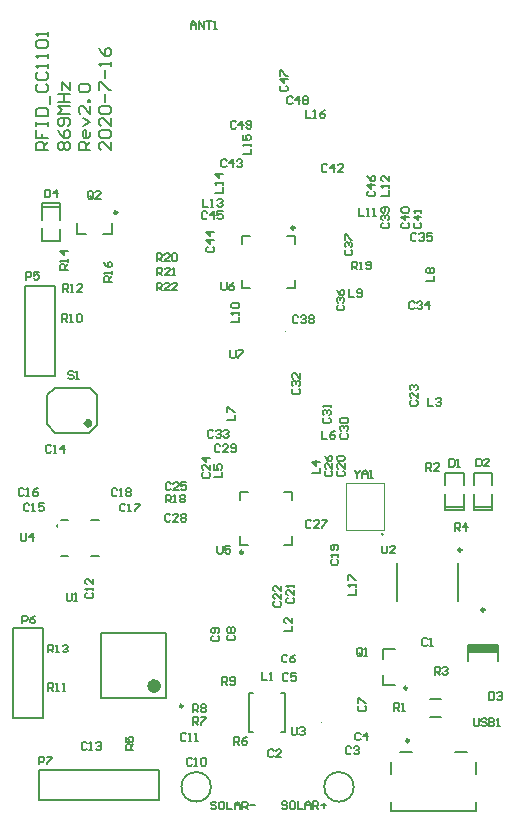
<source format=gto>
G04*
G04 #@! TF.GenerationSoftware,Altium Limited,Altium Designer,19.0.4 (130)*
G04*
G04 Layer_Color=65535*
%FSLAX25Y25*%
%MOIN*%
G70*
G01*
G75*
%ADD10C,0.00984*%
%ADD11C,0.00472*%
%ADD12C,0.00394*%
%ADD13C,0.01575*%
%ADD14C,0.00600*%
%ADD15C,0.00787*%
%ADD16C,0.02362*%
%ADD17C,0.00500*%
%ADD18C,0.00800*%
%ADD19R,0.10236X0.03062*%
D10*
X77984Y88181D02*
G03*
X77984Y88181I-492J0D01*
G01*
X36079Y201461D02*
G03*
X36079Y201461I-492J0D01*
G01*
X150839Y88957D02*
G03*
X150839Y88957I-492J0D01*
G01*
X158492Y68976D02*
G03*
X158492Y68976I-492J0D01*
G01*
X132717Y42913D02*
G03*
X132717Y42913I-492J0D01*
G01*
X133331Y25422D02*
G03*
X133331Y25422I-492J0D01*
G01*
X57937Y36917D02*
G03*
X57937Y36917I-492J0D01*
G01*
X95161Y196319D02*
G03*
X95161Y196319I-492J0D01*
G01*
D11*
X124912Y94200D02*
G03*
X124912Y94200I-412J0D01*
G01*
D12*
X92197Y161800D02*
G03*
X92197Y161800I-197J0D01*
G01*
X104335Y31472D02*
G03*
X104335Y31472I-197J0D01*
G01*
X112351Y95457D02*
X124950D01*
Y111205D01*
X112351Y95457D02*
Y111205D01*
X124950D01*
D13*
X27007Y131200D02*
G03*
X27007Y131200I-707J0D01*
G01*
D14*
X16174Y97229D02*
G03*
X16174Y96647I-75J-291D01*
G01*
X27342Y98905D02*
X29984D01*
X27342Y87094D02*
X29984D01*
X17188D02*
X19830D01*
X17188Y98905D02*
X19830D01*
X113101Y74094D02*
X115700D01*
Y75827D01*
Y76694D02*
Y77560D01*
Y77127D01*
X113101D01*
X113534Y76694D01*
X113101Y78860D02*
Y80592D01*
X113534D01*
X115267Y78860D01*
X115700D01*
X115200Y115599D02*
Y115166D01*
X116066Y114300D01*
X116933Y115166D01*
Y115599D01*
X116066Y114300D02*
Y113000D01*
X117799D02*
Y114733D01*
X118666Y115599D01*
X119532Y114733D01*
Y113000D01*
Y114300D01*
X117799D01*
X120398Y113000D02*
X121265D01*
X120832D01*
Y115599D01*
X120398Y115166D01*
X154900Y32799D02*
Y30633D01*
X155333Y30200D01*
X156200D01*
X156633Y30633D01*
Y32799D01*
X159232Y32366D02*
X158799Y32799D01*
X157932D01*
X157499Y32366D01*
Y31933D01*
X157932Y31500D01*
X158799D01*
X159232Y31066D01*
Y30633D01*
X158799Y30200D01*
X157932D01*
X157499Y30633D01*
X160098Y32799D02*
Y30200D01*
X161398D01*
X161831Y30633D01*
Y31066D01*
X161398Y31500D01*
X160098D01*
X161398D01*
X161831Y31933D01*
Y32366D01*
X161398Y32799D01*
X160098D01*
X162698Y30200D02*
X163564D01*
X163131D01*
Y32799D01*
X162698Y32366D01*
X73800Y155499D02*
Y153333D01*
X74233Y152900D01*
X75100D01*
X75533Y153333D01*
Y155499D01*
X76399D02*
X78132D01*
Y155066D01*
X76399Y153333D01*
Y152900D01*
X70800Y178199D02*
Y176033D01*
X71233Y175600D01*
X72100D01*
X72533Y176033D01*
Y178199D01*
X75132D02*
X74265Y177766D01*
X73399Y176900D01*
Y176033D01*
X73832Y175600D01*
X74699D01*
X75132Y176033D01*
Y176466D01*
X74699Y176900D01*
X73399D01*
X69500Y90299D02*
Y88133D01*
X69933Y87700D01*
X70800D01*
X71233Y88133D01*
Y90299D01*
X73832D02*
X72099D01*
Y89000D01*
X72966Y89433D01*
X73399D01*
X73832Y89000D01*
Y88133D01*
X73399Y87700D01*
X72532D01*
X72099Y88133D01*
X4000Y94599D02*
Y92433D01*
X4433Y92000D01*
X5300D01*
X5733Y92433D01*
Y94599D01*
X7899Y92000D02*
Y94599D01*
X6599Y93300D01*
X8332D01*
X94200Y29899D02*
Y27733D01*
X94633Y27300D01*
X95500D01*
X95933Y27733D01*
Y29899D01*
X96799Y29466D02*
X97232Y29899D01*
X98099D01*
X98532Y29466D01*
Y29033D01*
X98099Y28600D01*
X97666D01*
X98099D01*
X98532Y28166D01*
Y27733D01*
X98099Y27300D01*
X97232D01*
X96799Y27733D01*
X124300Y90399D02*
Y88233D01*
X124733Y87800D01*
X125600D01*
X126033Y88233D01*
Y90399D01*
X128632Y87800D02*
X126899D01*
X128632Y89533D01*
Y89966D01*
X128199Y90399D01*
X127332D01*
X126899Y89966D01*
X19200Y74599D02*
Y72433D01*
X19633Y72000D01*
X20500D01*
X20933Y72433D01*
Y74599D01*
X21799Y72000D02*
X22666D01*
X22232D01*
Y74599D01*
X21799Y74166D01*
X21520Y148166D02*
X21087Y148599D01*
X20221D01*
X19787Y148166D01*
Y147733D01*
X20221Y147300D01*
X21087D01*
X21520Y146866D01*
Y146433D01*
X21087Y146000D01*
X20221D01*
X19787Y146433D01*
X22387Y146000D02*
X23253D01*
X22820D01*
Y148599D01*
X22387Y148166D01*
X49200Y175500D02*
Y178099D01*
X50500D01*
X50933Y177666D01*
Y176800D01*
X50500Y176366D01*
X49200D01*
X50066D02*
X50933Y175500D01*
X53532D02*
X51799D01*
X53532Y177233D01*
Y177666D01*
X53099Y178099D01*
X52232D01*
X51799Y177666D01*
X56131Y175500D02*
X54398D01*
X56131Y177233D01*
Y177666D01*
X55698Y178099D01*
X54831D01*
X54398Y177666D01*
X49300Y180500D02*
Y183099D01*
X50600D01*
X51033Y182666D01*
Y181800D01*
X50600Y181366D01*
X49300D01*
X50166D02*
X51033Y180500D01*
X53632D02*
X51899D01*
X53632Y182233D01*
Y182666D01*
X53199Y183099D01*
X52332D01*
X51899Y182666D01*
X54498Y180500D02*
X55365D01*
X54931D01*
Y183099D01*
X54498Y182666D01*
X49200Y185200D02*
Y187799D01*
X50500D01*
X50933Y187366D01*
Y186500D01*
X50500Y186066D01*
X49200D01*
X50066D02*
X50933Y185200D01*
X53532D02*
X51799D01*
X53532Y186933D01*
Y187366D01*
X53099Y187799D01*
X52232D01*
X51799Y187366D01*
X54398D02*
X54831Y187799D01*
X55698D01*
X56131Y187366D01*
Y185633D01*
X55698Y185200D01*
X54831D01*
X54398Y185633D01*
Y187366D01*
X114300Y182500D02*
Y185099D01*
X115600D01*
X116033Y184666D01*
Y183800D01*
X115600Y183366D01*
X114300D01*
X115166D02*
X116033Y182500D01*
X116899D02*
X117766D01*
X117332D01*
Y185099D01*
X116899Y184666D01*
X119065Y182933D02*
X119498Y182500D01*
X120365D01*
X120798Y182933D01*
Y184666D01*
X120365Y185099D01*
X119498D01*
X119065Y184666D01*
Y184233D01*
X119498Y183800D01*
X120798D01*
X52200Y104800D02*
Y107399D01*
X53500D01*
X53933Y106966D01*
Y106100D01*
X53500Y105666D01*
X52200D01*
X53066D02*
X53933Y104800D01*
X54799D02*
X55665D01*
X55232D01*
Y107399D01*
X54799Y106966D01*
X56965D02*
X57398Y107399D01*
X58265D01*
X58698Y106966D01*
Y106533D01*
X58265Y106100D01*
X58698Y105666D01*
Y105233D01*
X58265Y104800D01*
X57398D01*
X56965Y105233D01*
Y105666D01*
X57398Y106100D01*
X56965Y106533D01*
Y106966D01*
X57398Y106100D02*
X58265D01*
X34200Y178400D02*
X31601D01*
Y179700D01*
X32034Y180133D01*
X32900D01*
X33334Y179700D01*
Y178400D01*
Y179266D02*
X34200Y180133D01*
Y180999D02*
Y181866D01*
Y181432D01*
X31601D01*
X32034Y180999D01*
X31601Y184898D02*
X32034Y184031D01*
X32900Y183165D01*
X33767D01*
X34200Y183598D01*
Y184465D01*
X33767Y184898D01*
X33334D01*
X32900Y184465D01*
Y183165D01*
X19600Y182400D02*
X17001D01*
Y183700D01*
X17434Y184133D01*
X18300D01*
X18734Y183700D01*
Y182400D01*
Y183266D02*
X19600Y184133D01*
Y184999D02*
Y185866D01*
Y185432D01*
X17001D01*
X17434Y184999D01*
X19600Y188465D02*
X17001D01*
X18300Y187165D01*
Y188898D01*
X13100Y54797D02*
Y57396D01*
X14400D01*
X14833Y56963D01*
Y56097D01*
X14400Y55663D01*
X13100D01*
X13966D02*
X14833Y54797D01*
X15699D02*
X16566D01*
X16132D01*
Y57396D01*
X15699Y56963D01*
X17865D02*
X18298Y57396D01*
X19165D01*
X19598Y56963D01*
Y56530D01*
X19165Y56097D01*
X18732D01*
X19165D01*
X19598Y55663D01*
Y55230D01*
X19165Y54797D01*
X18298D01*
X17865Y55230D01*
X18000Y175000D02*
Y177599D01*
X19300D01*
X19733Y177166D01*
Y176300D01*
X19300Y175866D01*
X18000D01*
X18866D02*
X19733Y175000D01*
X20599D02*
X21465D01*
X21032D01*
Y177599D01*
X20599Y177166D01*
X24498Y175000D02*
X22765D01*
X24498Y176733D01*
Y177166D01*
X24065Y177599D01*
X23198D01*
X22765Y177166D01*
X13100Y42100D02*
Y44699D01*
X14400D01*
X14833Y44266D01*
Y43400D01*
X14400Y42966D01*
X13100D01*
X13966D02*
X14833Y42100D01*
X15699D02*
X16566D01*
X16132D01*
Y44699D01*
X15699Y44266D01*
X17865Y42100D02*
X18732D01*
X18298D01*
Y44699D01*
X17865Y44266D01*
X17772Y165000D02*
Y167599D01*
X19071D01*
X19504Y167166D01*
Y166300D01*
X19071Y165866D01*
X17772D01*
X18638D02*
X19504Y165000D01*
X20371D02*
X21237D01*
X20804D01*
Y167599D01*
X20371Y167166D01*
X22537D02*
X22970Y167599D01*
X23836D01*
X24270Y167166D01*
Y165433D01*
X23836Y165000D01*
X22970D01*
X22537Y165433D01*
Y167166D01*
X71100Y44000D02*
Y46599D01*
X72400D01*
X72833Y46166D01*
Y45300D01*
X72400Y44866D01*
X71100D01*
X71966D02*
X72833Y44000D01*
X73699Y44433D02*
X74132Y44000D01*
X74999D01*
X75432Y44433D01*
Y46166D01*
X74999Y46599D01*
X74132D01*
X73699Y46166D01*
Y45733D01*
X74132Y45300D01*
X75432D01*
X61400Y34900D02*
Y37499D01*
X62700D01*
X63133Y37066D01*
Y36200D01*
X62700Y35766D01*
X61400D01*
X62266D02*
X63133Y34900D01*
X63999Y37066D02*
X64432Y37499D01*
X65299D01*
X65732Y37066D01*
Y36633D01*
X65299Y36200D01*
X65732Y35766D01*
Y35333D01*
X65299Y34900D01*
X64432D01*
X63999Y35333D01*
Y35766D01*
X64432Y36200D01*
X63999Y36633D01*
Y37066D01*
X64432Y36200D02*
X65299D01*
X61300Y30700D02*
Y33299D01*
X62600D01*
X63033Y32866D01*
Y32000D01*
X62600Y31566D01*
X61300D01*
X62166D02*
X63033Y30700D01*
X63899Y33299D02*
X65632D01*
Y32866D01*
X63899Y31133D01*
Y30700D01*
X75000Y24100D02*
Y26699D01*
X76300D01*
X76733Y26266D01*
Y25400D01*
X76300Y24966D01*
X75000D01*
X75866D02*
X76733Y24100D01*
X79332Y26699D02*
X78465Y26266D01*
X77599Y25400D01*
Y24533D01*
X78032Y24100D01*
X78899D01*
X79332Y24533D01*
Y24966D01*
X78899Y25400D01*
X77599D01*
X41500Y22400D02*
X38901D01*
Y23700D01*
X39334Y24133D01*
X40200D01*
X40634Y23700D01*
Y22400D01*
Y23266D02*
X41500Y24133D01*
X38901Y26732D02*
Y24999D01*
X40200D01*
X39767Y25866D01*
Y26299D01*
X40200Y26732D01*
X41067D01*
X41500Y26299D01*
Y25432D01*
X41067Y24999D01*
X148600Y95300D02*
Y97899D01*
X149900D01*
X150333Y97466D01*
Y96600D01*
X149900Y96166D01*
X148600D01*
X149466D02*
X150333Y95300D01*
X152499D02*
Y97899D01*
X151199Y96600D01*
X152932D01*
X141900Y47400D02*
Y49999D01*
X143200D01*
X143633Y49566D01*
Y48700D01*
X143200Y48266D01*
X141900D01*
X142766D02*
X143633Y47400D01*
X144499Y49566D02*
X144932Y49999D01*
X145799D01*
X146232Y49566D01*
Y49133D01*
X145799Y48700D01*
X145366D01*
X145799D01*
X146232Y48266D01*
Y47833D01*
X145799Y47400D01*
X144932D01*
X144499Y47833D01*
X139000Y115300D02*
Y117899D01*
X140300D01*
X140733Y117466D01*
Y116600D01*
X140300Y116166D01*
X139000D01*
X139866D02*
X140733Y115300D01*
X143332D02*
X141599D01*
X143332Y117033D01*
Y117466D01*
X142899Y117899D01*
X142032D01*
X141599Y117466D01*
X128400Y35400D02*
Y37999D01*
X129700D01*
X130133Y37566D01*
Y36700D01*
X129700Y36266D01*
X128400D01*
X129266D02*
X130133Y35400D01*
X130999D02*
X131866D01*
X131432D01*
Y37999D01*
X130999Y37566D01*
X27933Y206533D02*
Y208266D01*
X27500Y208699D01*
X26633D01*
X26200Y208266D01*
Y206533D01*
X26633Y206100D01*
X27500D01*
X27066Y206966D02*
X27933Y206100D01*
X27500D02*
X27933Y206533D01*
X30532Y206100D02*
X28799D01*
X30532Y207833D01*
Y208266D01*
X30099Y208699D01*
X29232D01*
X28799Y208266D01*
X117633Y54173D02*
Y55906D01*
X117200Y56339D01*
X116333D01*
X115900Y55906D01*
Y54173D01*
X116333Y53740D01*
X117200D01*
X116766Y54606D02*
X117633Y53740D01*
X117200D02*
X117633Y54173D01*
X118499Y53740D02*
X119366D01*
X118932D01*
Y56339D01*
X118499Y55906D01*
X10000Y17500D02*
Y20099D01*
X11300D01*
X11733Y19666D01*
Y18800D01*
X11300Y18366D01*
X10000D01*
X12599Y20099D02*
X14332D01*
Y19666D01*
X12599Y17933D01*
Y17500D01*
X4500Y64500D02*
Y67099D01*
X5800D01*
X6233Y66666D01*
Y65800D01*
X5800Y65366D01*
X4500D01*
X8832Y67099D02*
X7966Y66666D01*
X7099Y65800D01*
Y64933D01*
X7532Y64500D01*
X8399D01*
X8832Y64933D01*
Y65366D01*
X8399Y65800D01*
X7099D01*
X5600Y179100D02*
Y181699D01*
X6900D01*
X7333Y181266D01*
Y180400D01*
X6900Y179966D01*
X5600D01*
X9932Y181699D02*
X8199D01*
Y180400D01*
X9066Y180833D01*
X9499D01*
X9932Y180400D01*
Y179533D01*
X9499Y179100D01*
X8632D01*
X8199Y179533D01*
X69133Y4666D02*
X68700Y5099D01*
X67833D01*
X67400Y4666D01*
Y4233D01*
X67833Y3800D01*
X68700D01*
X69133Y3366D01*
Y2933D01*
X68700Y2500D01*
X67833D01*
X67400Y2933D01*
X71299Y5099D02*
X70432D01*
X69999Y4666D01*
Y2933D01*
X70432Y2500D01*
X71299D01*
X71732Y2933D01*
Y4666D01*
X71299Y5099D01*
X72598D02*
Y2500D01*
X74331D01*
X75197D02*
Y4233D01*
X76064Y5099D01*
X76930Y4233D01*
Y2500D01*
Y3800D01*
X75197D01*
X77797Y2500D02*
Y5099D01*
X79096D01*
X79529Y4666D01*
Y3800D01*
X79096Y3366D01*
X77797D01*
X78663D02*
X79529Y2500D01*
X80396Y3800D02*
X82129D01*
X92733Y4766D02*
X92300Y5199D01*
X91433D01*
X91000Y4766D01*
Y4333D01*
X91433Y3900D01*
X92300D01*
X92733Y3466D01*
Y3033D01*
X92300Y2600D01*
X91433D01*
X91000Y3033D01*
X94899Y5199D02*
X94032D01*
X93599Y4766D01*
Y3033D01*
X94032Y2600D01*
X94899D01*
X95332Y3033D01*
Y4766D01*
X94899Y5199D01*
X96198D02*
Y2600D01*
X97931D01*
X98798D02*
Y4333D01*
X99664Y5199D01*
X100530Y4333D01*
Y2600D01*
Y3900D01*
X98798D01*
X101397Y2600D02*
Y5199D01*
X102696D01*
X103129Y4766D01*
Y3900D01*
X102696Y3466D01*
X101397D01*
X102263D02*
X103129Y2600D01*
X103996Y3900D02*
X105729D01*
X104862Y4766D02*
Y3033D01*
X98900Y235699D02*
Y233100D01*
X100633D01*
X101499D02*
X102366D01*
X101932D01*
Y235699D01*
X101499Y235266D01*
X105398Y235699D02*
X104532Y235266D01*
X103665Y234400D01*
Y233533D01*
X104098Y233100D01*
X104965D01*
X105398Y233533D01*
Y233966D01*
X104965Y234400D01*
X103665D01*
X78001Y220900D02*
X80600D01*
Y222633D01*
Y223499D02*
Y224365D01*
Y223932D01*
X78001D01*
X78434Y223499D01*
X78001Y227398D02*
Y225665D01*
X79300D01*
X78867Y226532D01*
Y226965D01*
X79300Y227398D01*
X80167D01*
X80600Y226965D01*
Y226098D01*
X80167Y225665D01*
X68601Y208100D02*
X71200D01*
Y209833D01*
Y210699D02*
Y211565D01*
Y211132D01*
X68601D01*
X69034Y210699D01*
X71200Y214165D02*
X68601D01*
X69900Y212865D01*
Y214598D01*
X64700Y206008D02*
Y203409D01*
X66433D01*
X67299D02*
X68165D01*
X67732D01*
Y206008D01*
X67299Y205575D01*
X69465D02*
X69898Y206008D01*
X70765D01*
X71198Y205575D01*
Y205142D01*
X70765Y204709D01*
X70332D01*
X70765D01*
X71198Y204275D01*
Y203842D01*
X70765Y203409D01*
X69898D01*
X69465Y203842D01*
X124101Y207100D02*
X126700D01*
Y208833D01*
Y209699D02*
Y210565D01*
Y210132D01*
X124101D01*
X124534Y209699D01*
X126700Y213598D02*
Y211865D01*
X124967Y213598D01*
X124534D01*
X124101Y213165D01*
Y212298D01*
X124534Y211865D01*
X116600Y202899D02*
Y200300D01*
X118333D01*
X119199D02*
X120066D01*
X119632D01*
Y202899D01*
X119199Y202466D01*
X121365Y200300D02*
X122231D01*
X121798D01*
Y202899D01*
X121365Y202466D01*
X74101Y164800D02*
X76700D01*
Y166533D01*
Y167399D02*
Y168266D01*
Y167832D01*
X74101D01*
X74534Y167399D01*
Y169565D02*
X74101Y169998D01*
Y170865D01*
X74534Y171298D01*
X76267D01*
X76700Y170865D01*
Y169998D01*
X76267Y169565D01*
X74534D01*
X113400Y175799D02*
Y173200D01*
X115133D01*
X115999Y173633D02*
X116432Y173200D01*
X117299D01*
X117732Y173633D01*
Y175366D01*
X117299Y175799D01*
X116432D01*
X115999Y175366D01*
Y174933D01*
X116432Y174500D01*
X117732D01*
X139101Y178700D02*
X141700D01*
Y180433D01*
X139534Y181299D02*
X139101Y181732D01*
Y182599D01*
X139534Y183032D01*
X139967D01*
X140400Y182599D01*
X140834Y183032D01*
X141267D01*
X141700Y182599D01*
Y181732D01*
X141267Y181299D01*
X140834D01*
X140400Y181732D01*
X139967Y181299D01*
X139534D01*
X140400Y181732D02*
Y182599D01*
X72701Y132300D02*
X75300D01*
Y134033D01*
X72701Y134899D02*
Y136632D01*
X73134D01*
X74867Y134899D01*
X75300D01*
X104309Y128699D02*
Y126100D01*
X106041D01*
X108641Y128699D02*
X107774Y128266D01*
X106908Y127400D01*
Y126533D01*
X107341Y126100D01*
X108207D01*
X108641Y126533D01*
Y126966D01*
X108207Y127400D01*
X106908D01*
X68401Y113173D02*
X71000D01*
Y114906D01*
X68401Y117505D02*
Y115772D01*
X69700D01*
X69267Y116639D01*
Y117072D01*
X69700Y117505D01*
X70567D01*
X71000Y117072D01*
Y116206D01*
X70567Y115772D01*
X101001Y114500D02*
X103600D01*
Y116233D01*
Y118399D02*
X101001D01*
X102300Y117099D01*
Y118832D01*
X139700Y139699D02*
Y137100D01*
X141433D01*
X142299Y139266D02*
X142732Y139699D01*
X143599D01*
X144032Y139266D01*
Y138833D01*
X143599Y138400D01*
X143166D01*
X143599D01*
X144032Y137966D01*
Y137533D01*
X143599Y137100D01*
X142732D01*
X142299Y137533D01*
X91801Y62000D02*
X94400D01*
Y63733D01*
Y66332D02*
Y64599D01*
X92667Y66332D01*
X92234D01*
X91801Y65899D01*
Y65032D01*
X92234Y64599D01*
X84335Y48199D02*
Y45600D01*
X86067D01*
X86934D02*
X87800D01*
X87367D01*
Y48199D01*
X86934Y47766D01*
X12000Y209099D02*
Y206500D01*
X13300D01*
X13733Y206933D01*
Y208666D01*
X13300Y209099D01*
X12000D01*
X15899Y206500D02*
Y209099D01*
X14599Y207800D01*
X16332D01*
X160000Y41599D02*
Y39000D01*
X161300D01*
X161733Y39433D01*
Y41166D01*
X161300Y41599D01*
X160000D01*
X162599Y41166D02*
X163032Y41599D01*
X163899D01*
X164332Y41166D01*
Y40733D01*
X163899Y40300D01*
X163466D01*
X163899D01*
X164332Y39866D01*
Y39433D01*
X163899Y39000D01*
X163032D01*
X162599Y39433D01*
X155800Y119399D02*
Y116800D01*
X157100D01*
X157533Y117233D01*
Y118966D01*
X157100Y119399D01*
X155800D01*
X160132Y116800D02*
X158399D01*
X160132Y118533D01*
Y118966D01*
X159699Y119399D01*
X158832D01*
X158399Y118966D01*
X146800Y119299D02*
Y116700D01*
X148100D01*
X148533Y117133D01*
Y118866D01*
X148100Y119299D01*
X146800D01*
X149399Y116700D02*
X150266D01*
X149832D01*
Y119299D01*
X149399Y118866D01*
X75633Y231566D02*
X75200Y231999D01*
X74333D01*
X73900Y231566D01*
Y229833D01*
X74333Y229400D01*
X75200D01*
X75633Y229833D01*
X77799Y229400D02*
Y231999D01*
X76499Y230700D01*
X78232D01*
X79098Y229833D02*
X79532Y229400D01*
X80398D01*
X80831Y229833D01*
Y231566D01*
X80398Y231999D01*
X79532D01*
X79098Y231566D01*
Y231133D01*
X79532Y230700D01*
X80831D01*
X94533Y239766D02*
X94100Y240199D01*
X93233D01*
X92800Y239766D01*
Y238033D01*
X93233Y237600D01*
X94100D01*
X94533Y238033D01*
X96699Y237600D02*
Y240199D01*
X95399Y238900D01*
X97132D01*
X97998Y239766D02*
X98431Y240199D01*
X99298D01*
X99731Y239766D01*
Y239333D01*
X99298Y238900D01*
X99731Y238466D01*
Y238033D01*
X99298Y237600D01*
X98431D01*
X97998Y238033D01*
Y238466D01*
X98431Y238900D01*
X97998Y239333D01*
Y239766D01*
X98431Y238900D02*
X99298D01*
X90734Y243633D02*
X90301Y243200D01*
Y242333D01*
X90734Y241900D01*
X92467D01*
X92900Y242333D01*
Y243200D01*
X92467Y243633D01*
X92900Y245799D02*
X90301D01*
X91600Y244499D01*
Y246232D01*
X90301Y247098D02*
Y248831D01*
X90734D01*
X92467Y247098D01*
X92900D01*
X119934Y208533D02*
X119501Y208100D01*
Y207233D01*
X119934Y206800D01*
X121667D01*
X122100Y207233D01*
Y208100D01*
X121667Y208533D01*
X122100Y210699D02*
X119501D01*
X120800Y209399D01*
Y211132D01*
X119501Y213731D02*
X119934Y212865D01*
X120800Y211998D01*
X121667D01*
X122100Y212432D01*
Y213298D01*
X121667Y213731D01*
X121234D01*
X120800Y213298D01*
Y211998D01*
X66033Y201366D02*
X65600Y201799D01*
X64733D01*
X64300Y201366D01*
Y199633D01*
X64733Y199200D01*
X65600D01*
X66033Y199633D01*
X68199Y199200D02*
Y201799D01*
X66899Y200500D01*
X68632D01*
X71231Y201799D02*
X69498D01*
Y200500D01*
X70365Y200933D01*
X70798D01*
X71231Y200500D01*
Y199633D01*
X70798Y199200D01*
X69932D01*
X69498Y199633D01*
X66234Y190033D02*
X65801Y189600D01*
Y188733D01*
X66234Y188300D01*
X67967D01*
X68400Y188733D01*
Y189600D01*
X67967Y190033D01*
X68400Y192199D02*
X65801D01*
X67100Y190899D01*
Y192632D01*
X68400Y194798D02*
X65801D01*
X67100Y193498D01*
Y195231D01*
X72533Y218694D02*
X72100Y219127D01*
X71233D01*
X70800Y218694D01*
Y216961D01*
X71233Y216528D01*
X72100D01*
X72533Y216961D01*
X74699Y216528D02*
Y219127D01*
X73399Y217827D01*
X75132D01*
X75998Y218694D02*
X76432Y219127D01*
X77298D01*
X77731Y218694D01*
Y218261D01*
X77298Y217827D01*
X76865D01*
X77298D01*
X77731Y217394D01*
Y216961D01*
X77298Y216528D01*
X76432D01*
X75998Y216961D01*
X106091Y217166D02*
X105658Y217599D01*
X104792D01*
X104359Y217166D01*
Y215433D01*
X104792Y215000D01*
X105658D01*
X106091Y215433D01*
X108257Y215000D02*
Y217599D01*
X106958Y216300D01*
X108691D01*
X111290Y215000D02*
X109557D01*
X111290Y216733D01*
Y217166D01*
X110857Y217599D01*
X109990D01*
X109557Y217166D01*
X135334Y197933D02*
X134901Y197500D01*
Y196633D01*
X135334Y196200D01*
X137067D01*
X137500Y196633D01*
Y197500D01*
X137067Y197933D01*
X137500Y200099D02*
X134901D01*
X136200Y198799D01*
Y200532D01*
X137500Y201398D02*
Y202265D01*
Y201832D01*
X134901D01*
X135334Y201398D01*
X131263Y197933D02*
X130830Y197500D01*
Y196633D01*
X131263Y196200D01*
X132996D01*
X133429Y196633D01*
Y197500D01*
X132996Y197933D01*
X133429Y200099D02*
X130830D01*
X132130Y198799D01*
Y200532D01*
X131263Y201398D02*
X130830Y201832D01*
Y202698D01*
X131263Y203131D01*
X132996D01*
X133429Y202698D01*
Y201832D01*
X132996Y201398D01*
X131263D01*
X124534Y197933D02*
X124101Y197500D01*
Y196633D01*
X124534Y196200D01*
X126267D01*
X126700Y196633D01*
Y197500D01*
X126267Y197933D01*
X124534Y198799D02*
X124101Y199232D01*
Y200099D01*
X124534Y200532D01*
X124967D01*
X125400Y200099D01*
Y199666D01*
Y200099D01*
X125834Y200532D01*
X126267D01*
X126700Y200099D01*
Y199232D01*
X126267Y198799D01*
Y201398D02*
X126700Y201832D01*
Y202698D01*
X126267Y203131D01*
X124534D01*
X124101Y202698D01*
Y201832D01*
X124534Y201398D01*
X124967D01*
X125400Y201832D01*
Y203131D01*
X96433Y166698D02*
X96000Y167131D01*
X95133D01*
X94700Y166698D01*
Y164965D01*
X95133Y164532D01*
X96000D01*
X96433Y164965D01*
X97299Y166698D02*
X97732Y167131D01*
X98599D01*
X99032Y166698D01*
Y166265D01*
X98599Y165832D01*
X98166D01*
X98599D01*
X99032Y165398D01*
Y164965D01*
X98599Y164532D01*
X97732D01*
X97299Y164965D01*
X99898Y166698D02*
X100331Y167131D01*
X101198D01*
X101631Y166698D01*
Y166265D01*
X101198Y165832D01*
X101631Y165398D01*
Y164965D01*
X101198Y164532D01*
X100331D01*
X99898Y164965D01*
Y165398D01*
X100331Y165832D01*
X99898Y166265D01*
Y166698D01*
X100331Y165832D02*
X101198D01*
X112334Y188933D02*
X111901Y188500D01*
Y187633D01*
X112334Y187200D01*
X114067D01*
X114500Y187633D01*
Y188500D01*
X114067Y188933D01*
X112334Y189799D02*
X111901Y190232D01*
Y191099D01*
X112334Y191532D01*
X112767D01*
X113200Y191099D01*
Y190666D01*
Y191099D01*
X113634Y191532D01*
X114067D01*
X114500Y191099D01*
Y190232D01*
X114067Y189799D01*
X111901Y192398D02*
Y194131D01*
X112334D01*
X114067Y192398D01*
X114500D01*
X109634Y170533D02*
X109201Y170100D01*
Y169233D01*
X109634Y168800D01*
X111367D01*
X111800Y169233D01*
Y170100D01*
X111367Y170533D01*
X109634Y171399D02*
X109201Y171832D01*
Y172699D01*
X109634Y173132D01*
X110067D01*
X110500Y172699D01*
Y172266D01*
Y172699D01*
X110934Y173132D01*
X111367D01*
X111800Y172699D01*
Y171832D01*
X111367Y171399D01*
X109201Y175731D02*
X109634Y174865D01*
X110500Y173998D01*
X111367D01*
X111800Y174432D01*
Y175298D01*
X111367Y175731D01*
X110934D01*
X110500Y175298D01*
Y173998D01*
X135833Y194166D02*
X135400Y194599D01*
X134533D01*
X134100Y194166D01*
Y192433D01*
X134533Y192000D01*
X135400D01*
X135833Y192433D01*
X136699Y194166D02*
X137132Y194599D01*
X137999D01*
X138432Y194166D01*
Y193733D01*
X137999Y193300D01*
X137566D01*
X137999D01*
X138432Y192866D01*
Y192433D01*
X137999Y192000D01*
X137132D01*
X136699Y192433D01*
X141031Y194599D02*
X139298D01*
Y193300D01*
X140165Y193733D01*
X140598D01*
X141031Y193300D01*
Y192433D01*
X140598Y192000D01*
X139732D01*
X139298Y192433D01*
X135233Y171366D02*
X134800Y171799D01*
X133933D01*
X133500Y171366D01*
Y169633D01*
X133933Y169200D01*
X134800D01*
X135233Y169633D01*
X136099Y171366D02*
X136532Y171799D01*
X137399D01*
X137832Y171366D01*
Y170933D01*
X137399Y170500D01*
X136966D01*
X137399D01*
X137832Y170066D01*
Y169633D01*
X137399Y169200D01*
X136532D01*
X136099Y169633D01*
X139998Y169200D02*
Y171799D01*
X138698Y170500D01*
X140431D01*
X68033Y128566D02*
X67600Y128999D01*
X66733D01*
X66300Y128566D01*
Y126833D01*
X66733Y126400D01*
X67600D01*
X68033Y126833D01*
X68899Y128566D02*
X69332Y128999D01*
X70199D01*
X70632Y128566D01*
Y128133D01*
X70199Y127700D01*
X69766D01*
X70199D01*
X70632Y127266D01*
Y126833D01*
X70199Y126400D01*
X69332D01*
X68899Y126833D01*
X71498Y128566D02*
X71931Y128999D01*
X72798D01*
X73231Y128566D01*
Y128133D01*
X72798Y127700D01*
X72365D01*
X72798D01*
X73231Y127266D01*
Y126833D01*
X72798Y126400D01*
X71931D01*
X71498Y126833D01*
X94818Y142633D02*
X94385Y142200D01*
Y141333D01*
X94818Y140900D01*
X96551D01*
X96984Y141333D01*
Y142200D01*
X96551Y142633D01*
X94818Y143499D02*
X94385Y143932D01*
Y144799D01*
X94818Y145232D01*
X95252D01*
X95685Y144799D01*
Y144366D01*
Y144799D01*
X96118Y145232D01*
X96551D01*
X96984Y144799D01*
Y143932D01*
X96551Y143499D01*
X96984Y147831D02*
Y146098D01*
X95252Y147831D01*
X94818D01*
X94385Y147398D01*
Y146531D01*
X94818Y146098D01*
X105034Y133033D02*
X104601Y132600D01*
Y131733D01*
X105034Y131300D01*
X106767D01*
X107200Y131733D01*
Y132600D01*
X106767Y133033D01*
X105034Y133899D02*
X104601Y134332D01*
Y135199D01*
X105034Y135632D01*
X105467D01*
X105900Y135199D01*
Y134766D01*
Y135199D01*
X106334Y135632D01*
X106767D01*
X107200Y135199D01*
Y134332D01*
X106767Y133899D01*
X107200Y136498D02*
Y137365D01*
Y136932D01*
X104601D01*
X105034Y136498D01*
X110834Y127833D02*
X110401Y127400D01*
Y126533D01*
X110834Y126100D01*
X112567D01*
X113000Y126533D01*
Y127400D01*
X112567Y127833D01*
X110834Y128699D02*
X110401Y129132D01*
Y129999D01*
X110834Y130432D01*
X111267D01*
X111700Y129999D01*
Y129566D01*
Y129999D01*
X112134Y130432D01*
X112567D01*
X113000Y129999D01*
Y129132D01*
X112567Y128699D01*
X110834Y131298D02*
X110401Y131731D01*
Y132598D01*
X110834Y133031D01*
X112567D01*
X113000Y132598D01*
Y131731D01*
X112567Y131298D01*
X110834D01*
X70433Y123766D02*
X70000Y124199D01*
X69133D01*
X68700Y123766D01*
Y122033D01*
X69133Y121600D01*
X70000D01*
X70433Y122033D01*
X73032Y121600D02*
X71299D01*
X73032Y123333D01*
Y123766D01*
X72599Y124199D01*
X71732D01*
X71299Y123766D01*
X73898Y122033D02*
X74331Y121600D01*
X75198D01*
X75631Y122033D01*
Y123766D01*
X75198Y124199D01*
X74331D01*
X73898Y123766D01*
Y123333D01*
X74331Y122900D01*
X75631D01*
X53833Y100566D02*
X53400Y100999D01*
X52533D01*
X52100Y100566D01*
Y98833D01*
X52533Y98400D01*
X53400D01*
X53833Y98833D01*
X56432Y98400D02*
X54699D01*
X56432Y100133D01*
Y100566D01*
X55999Y100999D01*
X55132D01*
X54699Y100566D01*
X57298D02*
X57731Y100999D01*
X58598D01*
X59031Y100566D01*
Y100133D01*
X58598Y99700D01*
X59031Y99266D01*
Y98833D01*
X58598Y98400D01*
X57731D01*
X57298Y98833D01*
Y99266D01*
X57731Y99700D01*
X57298Y100133D01*
Y100566D01*
X57731Y99700D02*
X58598D01*
X100752Y98466D02*
X100319Y98899D01*
X99452D01*
X99019Y98466D01*
Y96733D01*
X99452Y96300D01*
X100319D01*
X100752Y96733D01*
X103351Y96300D02*
X101618D01*
X103351Y98033D01*
Y98466D01*
X102918Y98899D01*
X102051D01*
X101618Y98466D01*
X104217Y98899D02*
X105950D01*
Y98466D01*
X104217Y96733D01*
Y96300D01*
X105634Y115233D02*
X105201Y114800D01*
Y113933D01*
X105634Y113500D01*
X107367D01*
X107800Y113933D01*
Y114800D01*
X107367Y115233D01*
X107800Y117832D02*
Y116099D01*
X106067Y117832D01*
X105634D01*
X105201Y117399D01*
Y116532D01*
X105634Y116099D01*
X105201Y120431D02*
X105634Y119565D01*
X106500Y118698D01*
X107367D01*
X107800Y119132D01*
Y119998D01*
X107367Y120431D01*
X106934D01*
X106500Y119998D01*
Y118698D01*
X53933Y111066D02*
X53500Y111499D01*
X52633D01*
X52200Y111066D01*
Y109333D01*
X52633Y108900D01*
X53500D01*
X53933Y109333D01*
X56532Y108900D02*
X54799D01*
X56532Y110633D01*
Y111066D01*
X56099Y111499D01*
X55232D01*
X54799Y111066D01*
X59131Y111499D02*
X57398D01*
Y110200D01*
X58265Y110633D01*
X58698D01*
X59131Y110200D01*
Y109333D01*
X58698Y108900D01*
X57832D01*
X57398Y109333D01*
X64834Y114833D02*
X64401Y114400D01*
Y113533D01*
X64834Y113100D01*
X66567D01*
X67000Y113533D01*
Y114400D01*
X66567Y114833D01*
X67000Y117432D02*
Y115699D01*
X65267Y117432D01*
X64834D01*
X64401Y116999D01*
Y116132D01*
X64834Y115699D01*
X67000Y119598D02*
X64401D01*
X65700Y118298D01*
Y120031D01*
X134034Y138833D02*
X133601Y138400D01*
Y137533D01*
X134034Y137100D01*
X135767D01*
X136200Y137533D01*
Y138400D01*
X135767Y138833D01*
X136200Y141432D02*
Y139699D01*
X134467Y141432D01*
X134034D01*
X133601Y140999D01*
Y140132D01*
X134034Y139699D01*
Y142298D02*
X133601Y142731D01*
Y143598D01*
X134034Y144031D01*
X134467D01*
X134900Y143598D01*
Y143165D01*
Y143598D01*
X135334Y144031D01*
X135767D01*
X136200Y143598D01*
Y142731D01*
X135767Y142298D01*
X88534Y71833D02*
X88101Y71400D01*
Y70533D01*
X88534Y70100D01*
X90267D01*
X90700Y70533D01*
Y71400D01*
X90267Y71833D01*
X90700Y74432D02*
Y72699D01*
X88967Y74432D01*
X88534D01*
X88101Y73999D01*
Y73132D01*
X88534Y72699D01*
X90700Y77031D02*
Y75298D01*
X88967Y77031D01*
X88534D01*
X88101Y76598D01*
Y75731D01*
X88534Y75298D01*
X92934Y73033D02*
X92501Y72600D01*
Y71733D01*
X92934Y71300D01*
X94667D01*
X95100Y71733D01*
Y72600D01*
X94667Y73033D01*
X95100Y75632D02*
Y73899D01*
X93367Y75632D01*
X92934D01*
X92501Y75199D01*
Y74332D01*
X92934Y73899D01*
X95100Y76498D02*
Y77365D01*
Y76932D01*
X92501D01*
X92934Y76498D01*
X109734Y115233D02*
X109301Y114800D01*
Y113933D01*
X109734Y113500D01*
X111467D01*
X111900Y113933D01*
Y114800D01*
X111467Y115233D01*
X111900Y117832D02*
Y116099D01*
X110167Y117832D01*
X109734D01*
X109301Y117399D01*
Y116532D01*
X109734Y116099D01*
Y118698D02*
X109301Y119132D01*
Y119998D01*
X109734Y120431D01*
X111467D01*
X111900Y119998D01*
Y119132D01*
X111467Y118698D01*
X109734D01*
X107634Y85833D02*
X107201Y85400D01*
Y84533D01*
X107634Y84100D01*
X109367D01*
X109800Y84533D01*
Y85400D01*
X109367Y85833D01*
X109800Y86699D02*
Y87565D01*
Y87132D01*
X107201D01*
X107634Y86699D01*
X109367Y88865D02*
X109800Y89298D01*
Y90165D01*
X109367Y90598D01*
X107634D01*
X107201Y90165D01*
Y89298D01*
X107634Y88865D01*
X108067D01*
X108500Y89298D01*
Y90598D01*
X36033Y109048D02*
X35600Y109481D01*
X34733D01*
X34300Y109048D01*
Y107315D01*
X34733Y106882D01*
X35600D01*
X36033Y107315D01*
X36899Y106882D02*
X37766D01*
X37332D01*
Y109481D01*
X36899Y109048D01*
X39065D02*
X39498Y109481D01*
X40365D01*
X40798Y109048D01*
Y108615D01*
X40365Y108182D01*
X40798Y107748D01*
Y107315D01*
X40365Y106882D01*
X39498D01*
X39065Y107315D01*
Y107748D01*
X39498Y108182D01*
X39065Y108615D01*
Y109048D01*
X39498Y108182D02*
X40365D01*
X38833Y103966D02*
X38400Y104399D01*
X37533D01*
X37100Y103966D01*
Y102233D01*
X37533Y101800D01*
X38400D01*
X38833Y102233D01*
X39699Y101800D02*
X40566D01*
X40132D01*
Y104399D01*
X39699Y103966D01*
X41865Y104399D02*
X43598D01*
Y103966D01*
X41865Y102233D01*
Y101800D01*
X4933Y109166D02*
X4500Y109599D01*
X3633D01*
X3200Y109166D01*
Y107433D01*
X3633Y107000D01*
X4500D01*
X4933Y107433D01*
X5799Y107000D02*
X6666D01*
X6232D01*
Y109599D01*
X5799Y109166D01*
X9698Y109599D02*
X8832Y109166D01*
X7965Y108300D01*
Y107433D01*
X8398Y107000D01*
X9265D01*
X9698Y107433D01*
Y107866D01*
X9265Y108300D01*
X7965D01*
X6833Y104066D02*
X6400Y104499D01*
X5533D01*
X5100Y104066D01*
Y102333D01*
X5533Y101900D01*
X6400D01*
X6833Y102333D01*
X7699Y101900D02*
X8566D01*
X8132D01*
Y104499D01*
X7699Y104066D01*
X11598Y104499D02*
X9865D01*
Y103200D01*
X10731Y103633D01*
X11165D01*
X11598Y103200D01*
Y102333D01*
X11165Y101900D01*
X10298D01*
X9865Y102333D01*
X14033Y123566D02*
X13600Y123999D01*
X12733D01*
X12300Y123566D01*
Y121833D01*
X12733Y121400D01*
X13600D01*
X14033Y121833D01*
X14899Y121400D02*
X15766D01*
X15332D01*
Y123999D01*
X14899Y123566D01*
X18365Y121400D02*
Y123999D01*
X17065Y122700D01*
X18798D01*
X25933Y24466D02*
X25500Y24899D01*
X24633D01*
X24200Y24466D01*
Y22733D01*
X24633Y22300D01*
X25500D01*
X25933Y22733D01*
X26799Y22300D02*
X27666D01*
X27232D01*
Y24899D01*
X26799Y24466D01*
X28965D02*
X29398Y24899D01*
X30265D01*
X30698Y24466D01*
Y24033D01*
X30265Y23600D01*
X29831D01*
X30265D01*
X30698Y23166D01*
Y22733D01*
X30265Y22300D01*
X29398D01*
X28965Y22733D01*
X25934Y74591D02*
X25501Y74158D01*
Y73291D01*
X25934Y72858D01*
X27667D01*
X28100Y73291D01*
Y74158D01*
X27667Y74591D01*
X28100Y75457D02*
Y76324D01*
Y75891D01*
X25501D01*
X25934Y75457D01*
X28100Y79356D02*
Y77623D01*
X26367Y79356D01*
X25934D01*
X25501Y78923D01*
Y78057D01*
X25934Y77623D01*
X59033Y27466D02*
X58600Y27899D01*
X57733D01*
X57300Y27466D01*
Y25733D01*
X57733Y25300D01*
X58600D01*
X59033Y25733D01*
X59899Y25300D02*
X60765D01*
X60332D01*
Y27899D01*
X59899Y27466D01*
X62065Y25300D02*
X62932D01*
X62498D01*
Y27899D01*
X62065Y27466D01*
X60961Y19266D02*
X60528Y19699D01*
X59662D01*
X59228Y19266D01*
Y17533D01*
X59662Y17100D01*
X60528D01*
X60961Y17533D01*
X61827Y17100D02*
X62694D01*
X62261D01*
Y19699D01*
X61827Y19266D01*
X63994D02*
X64427Y19699D01*
X65293D01*
X65726Y19266D01*
Y17533D01*
X65293Y17100D01*
X64427D01*
X63994Y17533D01*
Y19266D01*
X67934Y60333D02*
X67501Y59900D01*
Y59033D01*
X67934Y58600D01*
X69667D01*
X70100Y59033D01*
Y59900D01*
X69667Y60333D01*
Y61199D02*
X70100Y61632D01*
Y62499D01*
X69667Y62932D01*
X67934D01*
X67501Y62499D01*
Y61632D01*
X67934Y61199D01*
X68367D01*
X68800Y61632D01*
Y62932D01*
X73134Y60533D02*
X72701Y60100D01*
Y59233D01*
X73134Y58800D01*
X74867D01*
X75300Y59233D01*
Y60100D01*
X74867Y60533D01*
X73134Y61399D02*
X72701Y61832D01*
Y62699D01*
X73134Y63132D01*
X73567D01*
X74000Y62699D01*
X74434Y63132D01*
X74867D01*
X75300Y62699D01*
Y61832D01*
X74867Y61399D01*
X74434D01*
X74000Y61832D01*
X73567Y61399D01*
X73134D01*
X74000Y61832D02*
Y62699D01*
X116834Y37033D02*
X116401Y36600D01*
Y35733D01*
X116834Y35300D01*
X118567D01*
X119000Y35733D01*
Y36600D01*
X118567Y37033D01*
X116401Y37899D02*
Y39632D01*
X116834D01*
X118567Y37899D01*
X119000D01*
X92833Y53650D02*
X92400Y54083D01*
X91533D01*
X91100Y53650D01*
Y51917D01*
X91533Y51484D01*
X92400D01*
X92833Y51917D01*
X95432Y54083D02*
X94565Y53650D01*
X93699Y52784D01*
Y51917D01*
X94132Y51484D01*
X94999D01*
X95432Y51917D01*
Y52351D01*
X94999Y52784D01*
X93699D01*
X93033Y47466D02*
X92600Y47899D01*
X91733D01*
X91300Y47466D01*
Y45733D01*
X91733Y45300D01*
X92600D01*
X93033Y45733D01*
X95632Y47899D02*
X93899D01*
Y46600D01*
X94766Y47033D01*
X95199D01*
X95632Y46600D01*
Y45733D01*
X95199Y45300D01*
X94332D01*
X93899Y45733D01*
X117233Y27666D02*
X116800Y28099D01*
X115933D01*
X115500Y27666D01*
Y25933D01*
X115933Y25500D01*
X116800D01*
X117233Y25933D01*
X119399Y25500D02*
Y28099D01*
X118099Y26800D01*
X119832D01*
X114033Y23066D02*
X113600Y23499D01*
X112733D01*
X112300Y23066D01*
Y21333D01*
X112733Y20900D01*
X113600D01*
X114033Y21333D01*
X114899Y23066D02*
X115332Y23499D01*
X116199D01*
X116632Y23066D01*
Y22633D01*
X116199Y22200D01*
X115766D01*
X116199D01*
X116632Y21766D01*
Y21333D01*
X116199Y20900D01*
X115332D01*
X114899Y21333D01*
X88233Y22066D02*
X87800Y22499D01*
X86933D01*
X86500Y22066D01*
Y20333D01*
X86933Y19900D01*
X87800D01*
X88233Y20333D01*
X90832Y19900D02*
X89099D01*
X90832Y21633D01*
Y22066D01*
X90399Y22499D01*
X89532D01*
X89099Y22066D01*
X139533Y59166D02*
X139100Y59599D01*
X138233D01*
X137800Y59166D01*
Y57433D01*
X138233Y57000D01*
X139100D01*
X139533Y57433D01*
X140399Y57000D02*
X141266D01*
X140832D01*
Y59599D01*
X140399Y59166D01*
X60589Y262700D02*
Y264433D01*
X61455Y265299D01*
X62322Y264433D01*
Y262700D01*
Y264000D01*
X60589D01*
X63188Y262700D02*
Y265299D01*
X64921Y262700D01*
Y265299D01*
X65787D02*
X67520D01*
X66654D01*
Y262700D01*
X68387D02*
X69253D01*
X68820D01*
Y265299D01*
X68387Y264866D01*
D15*
X114921Y10000D02*
G03*
X114921Y10000I-4921J0D01*
G01*
X67321D02*
G03*
X67321Y10000I-4921J0D01*
G01*
X76902Y90740D02*
X79658D01*
X76902D02*
Y93496D01*
Y105504D02*
Y108260D01*
X79658D01*
X91665D02*
X94421D01*
Y105504D02*
Y108260D01*
X91665Y90740D02*
X94421D01*
Y93496D01*
X10850Y204512D02*
X17150D01*
X10850Y203429D02*
X16953D01*
X10850Y192091D02*
Y196146D01*
Y192091D02*
X17051D01*
Y196047D01*
X17150Y199098D02*
Y204512D01*
X10850Y199098D02*
Y204512D01*
X34405Y194276D02*
Y197819D01*
X31256Y194276D02*
X34405D01*
X22594D02*
Y197819D01*
Y194276D02*
X25744D01*
X12800Y130800D02*
Y140700D01*
Y130800D02*
X15500Y128100D01*
X26700D01*
X29300Y130700D01*
Y140700D01*
X26900Y143100D02*
X29300Y140700D01*
X15200Y143100D02*
X26900D01*
X12800Y140700D02*
X15200Y143100D01*
X5500Y147000D02*
X15500D01*
X5500D02*
Y177000D01*
X15500D01*
Y147000D02*
Y177000D01*
X1500Y33000D02*
X11500D01*
X1500D02*
Y63000D01*
X11500D01*
Y33000D02*
Y63000D01*
X10000Y5500D02*
Y15500D01*
X50000D01*
X10000Y5500D02*
X50000D01*
Y15500D01*
X149539Y71929D02*
Y84528D01*
X129461Y71929D02*
Y84528D01*
X145350Y102256D02*
X151650D01*
X145547Y103339D02*
X151650D01*
Y110622D02*
Y114677D01*
X145449D02*
X151650D01*
X145449Y110721D02*
Y114677D01*
X145350Y102256D02*
Y107669D01*
X151650Y102256D02*
Y107669D01*
X154850Y102256D02*
X161150D01*
X155047Y103339D02*
X161150D01*
Y110622D02*
Y114677D01*
X154949D02*
X161150D01*
X154949Y110721D02*
Y114677D01*
X154850Y102256D02*
Y107669D01*
X161150Y102256D02*
Y107669D01*
X152882Y52106D02*
Y57362D01*
X163118D01*
Y52106D02*
Y57362D01*
X124744Y44094D02*
X128681D01*
X124744D02*
Y47244D01*
Y55905D02*
X128681D01*
X124744Y52756D02*
Y55905D01*
X140319Y33165D02*
X143862D01*
X140319Y39268D02*
X143862D01*
X90724Y41138D02*
X92102D01*
X90724Y28146D02*
X92102D01*
X79898Y41138D02*
X81276D01*
X79898Y28146D02*
X81276D01*
X92102D02*
Y41138D01*
X79898Y28146D02*
Y41138D01*
X30673Y61327D02*
X52327D01*
X30673Y39673D02*
X52327D01*
X30673D02*
Y61327D01*
X52327Y39673D02*
Y61327D01*
X77740Y191102D02*
Y193760D01*
X80398D01*
X77740Y176240D02*
Y178898D01*
Y176240D02*
X80398D01*
X92602D02*
X95260D01*
Y178898D01*
Y191102D02*
Y193760D01*
X92602D02*
X95260D01*
D16*
X49571Y43610D02*
G03*
X49571Y43610I-1181J0D01*
G01*
D17*
X155575Y1800D02*
Y4950D01*
X127425Y1800D02*
X155575D01*
X127425D02*
Y4950D01*
Y14398D02*
Y18335D01*
X130476Y21485D02*
X134413D01*
X155575Y14398D02*
Y18335D01*
X148587Y21485D02*
X152524D01*
D18*
X13078Y222400D02*
X9080D01*
Y224399D01*
X9746Y225066D01*
X11079D01*
X11745Y224399D01*
Y222400D01*
Y223733D02*
X13078Y225066D01*
X9080Y229064D02*
Y226399D01*
X11079D01*
Y227732D01*
Y226399D01*
X13078D01*
X9080Y230397D02*
Y231730D01*
Y231064D01*
X13078D01*
Y230397D01*
Y231730D01*
X9080Y233730D02*
X13078D01*
Y235729D01*
X12412Y236396D01*
X9746D01*
X9080Y235729D01*
Y233730D01*
X13745Y237728D02*
Y240394D01*
X9746Y244393D02*
X9080Y243726D01*
Y242394D01*
X9746Y241727D01*
X12412D01*
X13078Y242394D01*
Y243726D01*
X12412Y244393D01*
X9746Y248392D02*
X9080Y247725D01*
Y246392D01*
X9746Y245726D01*
X12412D01*
X13078Y246392D01*
Y247725D01*
X12412Y248392D01*
X13078Y249725D02*
Y251057D01*
Y250391D01*
X9080D01*
X9746Y249725D01*
X13078Y253057D02*
Y254390D01*
Y253723D01*
X9080D01*
X9746Y253057D01*
Y256389D02*
X9080Y257055D01*
Y258388D01*
X9746Y259055D01*
X12412D01*
X13078Y258388D01*
Y257055D01*
X12412Y256389D01*
X9746D01*
X13078Y260388D02*
Y261721D01*
Y261054D01*
X9080D01*
X9746Y260388D01*
X17131Y222400D02*
X16464Y223066D01*
Y224399D01*
X17131Y225066D01*
X17797D01*
X18464Y224399D01*
X19130Y225066D01*
X19797D01*
X20463Y224399D01*
Y223066D01*
X19797Y222400D01*
X19130D01*
X18464Y223066D01*
X17797Y222400D01*
X17131D01*
X18464Y223066D02*
Y224399D01*
X16464Y229064D02*
X17131Y227732D01*
X18464Y226399D01*
X19797D01*
X20463Y227065D01*
Y228398D01*
X19797Y229064D01*
X19130D01*
X18464Y228398D01*
Y226399D01*
X19797Y230397D02*
X20463Y231064D01*
Y232397D01*
X19797Y233063D01*
X17131D01*
X16464Y232397D01*
Y231064D01*
X17131Y230397D01*
X17797D01*
X18464Y231064D01*
Y233063D01*
X20463Y234396D02*
X16464D01*
X17797Y235729D01*
X16464Y237062D01*
X20463D01*
X16464Y238395D02*
X20463D01*
X18464D01*
Y241061D01*
X16464D01*
X20463D01*
X17797Y242394D02*
Y245059D01*
X20463Y242394D01*
Y245059D01*
X27182Y222400D02*
X23183D01*
Y224399D01*
X23849Y225066D01*
X25182D01*
X25849Y224399D01*
Y222400D01*
Y223733D02*
X27182Y225066D01*
Y228398D02*
Y227065D01*
X26515Y226399D01*
X25182D01*
X24516Y227065D01*
Y228398D01*
X25182Y229064D01*
X25849D01*
Y226399D01*
X24516Y230397D02*
X27182Y231730D01*
X24516Y233063D01*
X27182Y237062D02*
Y234396D01*
X24516Y237062D01*
X23849D01*
X23183Y236396D01*
Y235063D01*
X23849Y234396D01*
X27182Y238395D02*
X26515D01*
Y239061D01*
X27182D01*
Y238395D01*
X23849Y241727D02*
X23183Y242394D01*
Y243726D01*
X23849Y244393D01*
X26515D01*
X27182Y243726D01*
Y242394D01*
X26515Y241727D01*
X23849D01*
X33900Y225066D02*
Y222400D01*
X31234Y225066D01*
X30568D01*
X29901Y224399D01*
Y223066D01*
X30568Y222400D01*
Y226399D02*
X29901Y227065D01*
Y228398D01*
X30568Y229064D01*
X33234D01*
X33900Y228398D01*
Y227065D01*
X33234Y226399D01*
X30568D01*
X33900Y233063D02*
Y230397D01*
X31234Y233063D01*
X30568D01*
X29901Y232397D01*
Y231064D01*
X30568Y230397D01*
Y234396D02*
X29901Y235063D01*
Y236396D01*
X30568Y237062D01*
X33234D01*
X33900Y236396D01*
Y235063D01*
X33234Y234396D01*
X30568D01*
X31901Y238395D02*
Y241061D01*
X29901Y242394D02*
Y245059D01*
X30568D01*
X33234Y242394D01*
X33900D01*
X31901Y246392D02*
Y249058D01*
X33900Y250391D02*
Y251724D01*
Y251057D01*
X29901D01*
X30568Y250391D01*
X29901Y256389D02*
X30568Y255056D01*
X31901Y253723D01*
X33234D01*
X33900Y254390D01*
Y255723D01*
X33234Y256389D01*
X32567D01*
X31901Y255723D01*
Y253723D01*
D19*
X157999Y55830D02*
D03*
M02*

</source>
